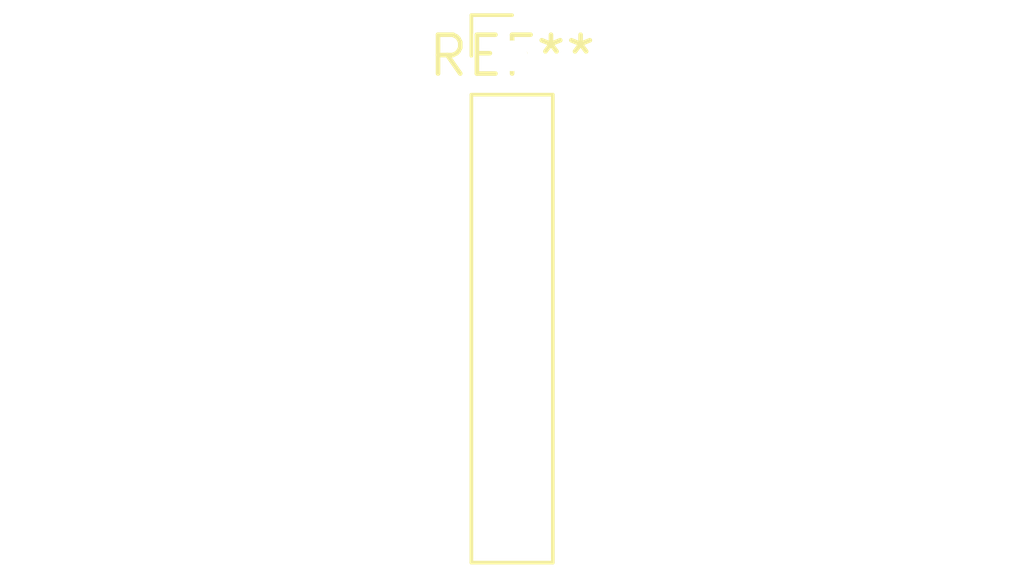
<source format=kicad_pcb>
(kicad_pcb (version 20240108) (generator pcbnew)
  (layers (0 "F.Cu" signal) (31 "B.Cu" signal) (34 "B.Paste" user) (35 "F.Paste" user) (36 "B.SilkS" user "B.Silkscreen") (37 "F.SilkS" user "F.Silkscreen") (38 "B.Mask" user) (39 "F.Mask" user) (44 "Edge.Cuts" user))
  (net 0 "")
  (footprint "PinHeader_1x07_P2.54mm_Vertical" (layer "F.Cu") (at 0 0)
    (property "Reference" "REF**")
    (property "Value" "PinHeader_1x07_P2.54mm_Vertical")
    (fp_line (start -1.33 -1.33) (end 0 -1.33) (layer "F.SilkS") (stroke (width 0.12)))
    (fp_line (start -1.33 0) (end -1.33 -1.33) (layer "F.SilkS") (stroke (width 0.12)))
    (fp_line (start -1.33 1.27) (end -1.33 16.57) (layer "F.SilkS") (stroke (width 0.12)))
    (fp_line (start -1.33 1.27) (end 1.33 1.27) (layer "F.SilkS") (stroke (width 0.12)))
    (fp_line (start -1.33 16.57) (end 1.33 16.57) (layer "F.SilkS") (stroke (width 0.12)))
    (fp_line (start 1.33 1.27) (end 1.33 16.57) (layer "F.SilkS") (stroke (width 0.12)))
    (pad "1" thru_hole rect (at 0 0) (size 1.7 1.7) (drill 1) (layers *.Cu *.Mask) (remove_unused_layers))
    (pad "2" thru_hole oval (at 0 2.54) (size 1.7 1.7) (drill 1) (layers *.Cu *.Mask) (remove_unused_layers))
    (pad "3" thru_hole oval (at 0 5.08) (size 1.7 1.7) (drill 1) (layers *.Cu *.Mask) (remove_unused_layers))
    (pad "4" thru_hole oval (at 0 7.62) (size 1.7 1.7) (drill 1) (layers *.Cu *.Mask) (remove_unused_layers))
    (pad "5" thru_hole oval (at 0 10.16) (size 1.7 1.7) (drill 1) (layers *.Cu *.Mask) (remove_unused_layers))
    (pad "6" thru_hole oval (at 0 12.7) (size 1.7 1.7) (drill 1) (layers *.Cu *.Mask) (remove_unused_layers))
    (pad "7" thru_hole oval (at 0 15.24) (size 1.7 1.7) (drill 1) (layers *.Cu *.Mask) (remove_unused_layers))
  )
)
</source>
